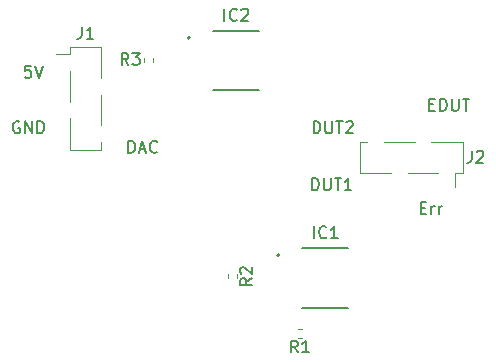
<source format=gbr>
%TF.GenerationSoftware,KiCad,Pcbnew,(6.0.10)*%
%TF.CreationDate,2023-03-04T21:34:46+00:00*%
%TF.ProjectId,INS_CW2_ABB_2,494e535f-4357-4325-9f41-42425f322e6b,rev?*%
%TF.SameCoordinates,Original*%
%TF.FileFunction,Legend,Top*%
%TF.FilePolarity,Positive*%
%FSLAX46Y46*%
G04 Gerber Fmt 4.6, Leading zero omitted, Abs format (unit mm)*
G04 Created by KiCad (PCBNEW (6.0.10)) date 2023-03-04 21:34:46*
%MOMM*%
%LPD*%
G01*
G04 APERTURE LIST*
%ADD10C,0.150000*%
%ADD11C,0.120000*%
%ADD12C,0.127000*%
%ADD13C,0.200000*%
G04 APERTURE END LIST*
D10*
X136199666Y-73207571D02*
X136533000Y-73207571D01*
X136675857Y-73731380D02*
X136199666Y-73731380D01*
X136199666Y-72731380D01*
X136675857Y-72731380D01*
X137104428Y-73731380D02*
X137104428Y-73064714D01*
X137104428Y-73255190D02*
X137152047Y-73159952D01*
X137199666Y-73112333D01*
X137294904Y-73064714D01*
X137390142Y-73064714D01*
X137723476Y-73731380D02*
X137723476Y-73064714D01*
X137723476Y-73255190D02*
X137771095Y-73159952D01*
X137818714Y-73112333D01*
X137913952Y-73064714D01*
X138009190Y-73064714D01*
X127008142Y-71699380D02*
X127008142Y-70699380D01*
X127246238Y-70699380D01*
X127389095Y-70747000D01*
X127484333Y-70842238D01*
X127531952Y-70937476D01*
X127579571Y-71127952D01*
X127579571Y-71270809D01*
X127531952Y-71461285D01*
X127484333Y-71556523D01*
X127389095Y-71651761D01*
X127246238Y-71699380D01*
X127008142Y-71699380D01*
X128008142Y-70699380D02*
X128008142Y-71508904D01*
X128055761Y-71604142D01*
X128103380Y-71651761D01*
X128198619Y-71699380D01*
X128389095Y-71699380D01*
X128484333Y-71651761D01*
X128531952Y-71604142D01*
X128579571Y-71508904D01*
X128579571Y-70699380D01*
X128912904Y-70699380D02*
X129484333Y-70699380D01*
X129198619Y-71699380D02*
X129198619Y-70699380D01*
X130341476Y-71699380D02*
X129770047Y-71699380D01*
X130055761Y-71699380D02*
X130055761Y-70699380D01*
X129960523Y-70842238D01*
X129865285Y-70937476D01*
X129770047Y-70985095D01*
X136937952Y-64444571D02*
X137271285Y-64444571D01*
X137414142Y-64968380D02*
X136937952Y-64968380D01*
X136937952Y-63968380D01*
X137414142Y-63968380D01*
X137842714Y-64968380D02*
X137842714Y-63968380D01*
X138080809Y-63968380D01*
X138223666Y-64016000D01*
X138318904Y-64111238D01*
X138366523Y-64206476D01*
X138414142Y-64396952D01*
X138414142Y-64539809D01*
X138366523Y-64730285D01*
X138318904Y-64825523D01*
X138223666Y-64920761D01*
X138080809Y-64968380D01*
X137842714Y-64968380D01*
X138842714Y-63968380D02*
X138842714Y-64777904D01*
X138890333Y-64873142D01*
X138937952Y-64920761D01*
X139033190Y-64968380D01*
X139223666Y-64968380D01*
X139318904Y-64920761D01*
X139366523Y-64873142D01*
X139414142Y-64777904D01*
X139414142Y-63968380D01*
X139747476Y-63968380D02*
X140318904Y-63968380D01*
X140033190Y-64968380D02*
X140033190Y-63968380D01*
X127135142Y-66873380D02*
X127135142Y-65873380D01*
X127373238Y-65873380D01*
X127516095Y-65921000D01*
X127611333Y-66016238D01*
X127658952Y-66111476D01*
X127706571Y-66301952D01*
X127706571Y-66444809D01*
X127658952Y-66635285D01*
X127611333Y-66730523D01*
X127516095Y-66825761D01*
X127373238Y-66873380D01*
X127135142Y-66873380D01*
X128135142Y-65873380D02*
X128135142Y-66682904D01*
X128182761Y-66778142D01*
X128230380Y-66825761D01*
X128325619Y-66873380D01*
X128516095Y-66873380D01*
X128611333Y-66825761D01*
X128658952Y-66778142D01*
X128706571Y-66682904D01*
X128706571Y-65873380D01*
X129039904Y-65873380D02*
X129611333Y-65873380D01*
X129325619Y-66873380D02*
X129325619Y-65873380D01*
X129897047Y-65968619D02*
X129944666Y-65921000D01*
X130039904Y-65873380D01*
X130278000Y-65873380D01*
X130373238Y-65921000D01*
X130420857Y-65968619D01*
X130468476Y-66063857D01*
X130468476Y-66159095D01*
X130420857Y-66301952D01*
X129849428Y-66873380D01*
X130468476Y-66873380D01*
X103187523Y-61174380D02*
X102711333Y-61174380D01*
X102663714Y-61650571D01*
X102711333Y-61602952D01*
X102806571Y-61555333D01*
X103044666Y-61555333D01*
X103139904Y-61602952D01*
X103187523Y-61650571D01*
X103235142Y-61745809D01*
X103235142Y-61983904D01*
X103187523Y-62079142D01*
X103139904Y-62126761D01*
X103044666Y-62174380D01*
X102806571Y-62174380D01*
X102711333Y-62126761D01*
X102663714Y-62079142D01*
X103520857Y-61174380D02*
X103854190Y-62174380D01*
X104187523Y-61174380D01*
X111458523Y-68524380D02*
X111458523Y-67524380D01*
X111696619Y-67524380D01*
X111839476Y-67572000D01*
X111934714Y-67667238D01*
X111982333Y-67762476D01*
X112029952Y-67952952D01*
X112029952Y-68095809D01*
X111982333Y-68286285D01*
X111934714Y-68381523D01*
X111839476Y-68476761D01*
X111696619Y-68524380D01*
X111458523Y-68524380D01*
X112410904Y-68238666D02*
X112887095Y-68238666D01*
X112315666Y-68524380D02*
X112649000Y-67524380D01*
X112982333Y-68524380D01*
X113887095Y-68429142D02*
X113839476Y-68476761D01*
X113696619Y-68524380D01*
X113601380Y-68524380D01*
X113458523Y-68476761D01*
X113363285Y-68381523D01*
X113315666Y-68286285D01*
X113268047Y-68095809D01*
X113268047Y-67952952D01*
X113315666Y-67762476D01*
X113363285Y-67667238D01*
X113458523Y-67572000D01*
X113601380Y-67524380D01*
X113696619Y-67524380D01*
X113839476Y-67572000D01*
X113887095Y-67619619D01*
X102235095Y-65921000D02*
X102139857Y-65873380D01*
X101997000Y-65873380D01*
X101854142Y-65921000D01*
X101758904Y-66016238D01*
X101711285Y-66111476D01*
X101663666Y-66301952D01*
X101663666Y-66444809D01*
X101711285Y-66635285D01*
X101758904Y-66730523D01*
X101854142Y-66825761D01*
X101997000Y-66873380D01*
X102092238Y-66873380D01*
X102235095Y-66825761D01*
X102282714Y-66778142D01*
X102282714Y-66444809D01*
X102092238Y-66444809D01*
X102711285Y-66873380D02*
X102711285Y-65873380D01*
X103282714Y-66873380D01*
X103282714Y-65873380D01*
X103758904Y-66873380D02*
X103758904Y-65873380D01*
X103997000Y-65873380D01*
X104139857Y-65921000D01*
X104235095Y-66016238D01*
X104282714Y-66111476D01*
X104330333Y-66301952D01*
X104330333Y-66444809D01*
X104282714Y-66635285D01*
X104235095Y-66730523D01*
X104139857Y-66825761D01*
X103997000Y-66873380D01*
X103758904Y-66873380D01*
%TO.C,R2*%
X121917880Y-79160666D02*
X121441690Y-79494000D01*
X121917880Y-79732095D02*
X120917880Y-79732095D01*
X120917880Y-79351142D01*
X120965500Y-79255904D01*
X121013119Y-79208285D01*
X121108357Y-79160666D01*
X121251214Y-79160666D01*
X121346452Y-79208285D01*
X121394071Y-79255904D01*
X121441690Y-79351142D01*
X121441690Y-79732095D01*
X121013119Y-78779714D02*
X120965500Y-78732095D01*
X120917880Y-78636857D01*
X120917880Y-78398761D01*
X120965500Y-78303523D01*
X121013119Y-78255904D01*
X121108357Y-78208285D01*
X121203595Y-78208285D01*
X121346452Y-78255904D01*
X121917880Y-78827333D01*
X121917880Y-78208285D01*
%TO.C,R1*%
X125790833Y-85442380D02*
X125457500Y-84966190D01*
X125219404Y-85442380D02*
X125219404Y-84442380D01*
X125600357Y-84442380D01*
X125695595Y-84490000D01*
X125743214Y-84537619D01*
X125790833Y-84632857D01*
X125790833Y-84775714D01*
X125743214Y-84870952D01*
X125695595Y-84918571D01*
X125600357Y-84966190D01*
X125219404Y-84966190D01*
X126743214Y-85442380D02*
X126171785Y-85442380D01*
X126457500Y-85442380D02*
X126457500Y-84442380D01*
X126362261Y-84585238D01*
X126267023Y-84680476D01*
X126171785Y-84728095D01*
%TO.C,R3*%
X111466333Y-61083380D02*
X111133000Y-60607190D01*
X110894904Y-61083380D02*
X110894904Y-60083380D01*
X111275857Y-60083380D01*
X111371095Y-60131000D01*
X111418714Y-60178619D01*
X111466333Y-60273857D01*
X111466333Y-60416714D01*
X111418714Y-60511952D01*
X111371095Y-60559571D01*
X111275857Y-60607190D01*
X110894904Y-60607190D01*
X111799666Y-60083380D02*
X112418714Y-60083380D01*
X112085380Y-60464333D01*
X112228238Y-60464333D01*
X112323476Y-60511952D01*
X112371095Y-60559571D01*
X112418714Y-60654809D01*
X112418714Y-60892904D01*
X112371095Y-60988142D01*
X112323476Y-61035761D01*
X112228238Y-61083380D01*
X111942523Y-61083380D01*
X111847285Y-61035761D01*
X111799666Y-60988142D01*
%TO.C,J2*%
X140509666Y-68362380D02*
X140509666Y-69076666D01*
X140462047Y-69219523D01*
X140366809Y-69314761D01*
X140223952Y-69362380D01*
X140128714Y-69362380D01*
X140938238Y-68457619D02*
X140985857Y-68410000D01*
X141081095Y-68362380D01*
X141319190Y-68362380D01*
X141414428Y-68410000D01*
X141462047Y-68457619D01*
X141509666Y-68552857D01*
X141509666Y-68648095D01*
X141462047Y-68790952D01*
X140890619Y-69362380D01*
X141509666Y-69362380D01*
%TO.C,J1*%
X107489666Y-57872380D02*
X107489666Y-58586666D01*
X107442047Y-58729523D01*
X107346809Y-58824761D01*
X107203952Y-58872380D01*
X107108714Y-58872380D01*
X108489666Y-58872380D02*
X107918238Y-58872380D01*
X108203952Y-58872380D02*
X108203952Y-57872380D01*
X108108714Y-58015238D01*
X108013476Y-58110476D01*
X107918238Y-58158095D01*
%TO.C,IC2*%
X119591809Y-57348380D02*
X119591809Y-56348380D01*
X120639428Y-57253142D02*
X120591809Y-57300761D01*
X120448952Y-57348380D01*
X120353714Y-57348380D01*
X120210857Y-57300761D01*
X120115619Y-57205523D01*
X120068000Y-57110285D01*
X120020380Y-56919809D01*
X120020380Y-56776952D01*
X120068000Y-56586476D01*
X120115619Y-56491238D01*
X120210857Y-56396000D01*
X120353714Y-56348380D01*
X120448952Y-56348380D01*
X120591809Y-56396000D01*
X120639428Y-56443619D01*
X121020380Y-56443619D02*
X121068000Y-56396000D01*
X121163238Y-56348380D01*
X121401333Y-56348380D01*
X121496571Y-56396000D01*
X121544190Y-56443619D01*
X121591809Y-56538857D01*
X121591809Y-56634095D01*
X121544190Y-56776952D01*
X120972761Y-57348380D01*
X121591809Y-57348380D01*
%TO.C,IC1*%
X127166809Y-75763380D02*
X127166809Y-74763380D01*
X128214428Y-75668142D02*
X128166809Y-75715761D01*
X128023952Y-75763380D01*
X127928714Y-75763380D01*
X127785857Y-75715761D01*
X127690619Y-75620523D01*
X127643000Y-75525285D01*
X127595380Y-75334809D01*
X127595380Y-75191952D01*
X127643000Y-75001476D01*
X127690619Y-74906238D01*
X127785857Y-74811000D01*
X127928714Y-74763380D01*
X128023952Y-74763380D01*
X128166809Y-74811000D01*
X128214428Y-74858619D01*
X129166809Y-75763380D02*
X128595380Y-75763380D01*
X128881095Y-75763380D02*
X128881095Y-74763380D01*
X128785857Y-74906238D01*
X128690619Y-75001476D01*
X128595380Y-75049095D01*
D11*
%TO.C,R2*%
X120675500Y-78826379D02*
X120675500Y-79161621D01*
X119915500Y-78826379D02*
X119915500Y-79161621D01*
%TO.C,R1*%
X126125121Y-84200000D02*
X125789879Y-84200000D01*
X126125121Y-83440000D02*
X125789879Y-83440000D01*
%TO.C,R3*%
X113537000Y-60500879D02*
X113537000Y-60836121D01*
X112777000Y-60500879D02*
X112777000Y-60836121D01*
%TO.C,J2*%
X131038000Y-67600000D02*
X131038000Y-70220000D01*
X139758000Y-67600000D02*
X139758000Y-70220000D01*
X139758000Y-70220000D02*
X139108000Y-70220000D01*
X135688000Y-67600000D02*
X133108000Y-67600000D01*
X137688000Y-70220000D02*
X135108000Y-70220000D01*
X139758000Y-67600000D02*
X137108000Y-67600000D01*
X139108000Y-70220000D02*
X139108000Y-71450000D01*
X133688000Y-70220000D02*
X131038000Y-70220000D01*
X131688000Y-67600000D02*
X131038000Y-67600000D01*
%TO.C,J1*%
X106553000Y-65613500D02*
X106553000Y-68263500D01*
X109173000Y-67613500D02*
X109173000Y-68263500D01*
X106553000Y-59543500D02*
X109173000Y-59543500D01*
X109173000Y-63613500D02*
X109173000Y-66193500D01*
X105323000Y-60193500D02*
X106553000Y-60193500D01*
X109173000Y-59543500D02*
X109173000Y-62193500D01*
X106553000Y-59543500D02*
X106553000Y-60193500D01*
X106553000Y-61613500D02*
X106553000Y-64193500D01*
X106553000Y-68263500D02*
X109173000Y-68263500D01*
D12*
%TO.C,IC2*%
X118618000Y-58186000D02*
X122518000Y-58186000D01*
X122518000Y-63226000D02*
X118618000Y-63226000D01*
D13*
X116668000Y-58801000D02*
G75*
G03*
X116668000Y-58801000I-100000J0D01*
G01*
D12*
%TO.C,IC1*%
X126193000Y-76601000D02*
X130093000Y-76601000D01*
X130093000Y-81641000D02*
X126193000Y-81641000D01*
D13*
X124243000Y-77216000D02*
G75*
G03*
X124243000Y-77216000I-100000J0D01*
G01*
%TD*%
M02*

</source>
